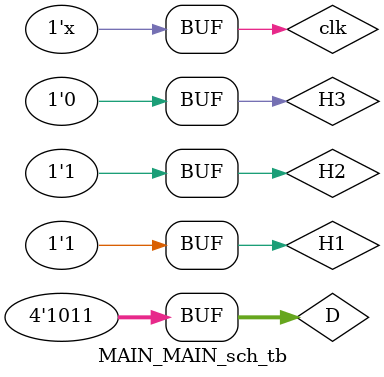
<source format=v>

`timescale 1ns / 1ps

module MAIN_MAIN_sch_tb();

// Inputs
   reg H3;
   reg H2;
   reg H1;
   reg clk;
   reg [3:0] D;

// Output
   wire A_OUT;
   wire AA_OUT;
   wire B_OUT;
   wire BB_OUT;
   wire C_OUT;
   wire CC_OUT;

// Bidirs

// Instantiate the UUT
   MAIN UUT (
		.H3(H3), 
		.H2(H2), 
		.H1(H1), 
		.A_OUT(A_OUT), 
		.AA_OUT(AA_OUT), 
		.B_OUT(B_OUT), 
		.BB_OUT(BB_OUT), 
		.C_OUT(C_OUT), 
		.CC_OUT(CC_OUT), 
		.clk(clk), 
		.D(D)
   );
// Initialize Inputs
    always begin
	#10;
	clk=~clk;
	end
	
	initial begin
	H3 = 0;
	H2 = 0;
	H1 = 0;
	clk = 0;
	D = 4'b1011;
   end
		
	always begin
	H1=1;
	#2000;
	H1=0;
	#3000;
	H1=1;
	#1000;	
	end
	
	always begin
	H2=0;
	#3000;
	H2=1;
	#3000;
	end
	
	always begin
	H3=0;
	#1000;
	H3=1;
	#3000;
	H3=0;
	#2000;
	end
endmodule

</source>
